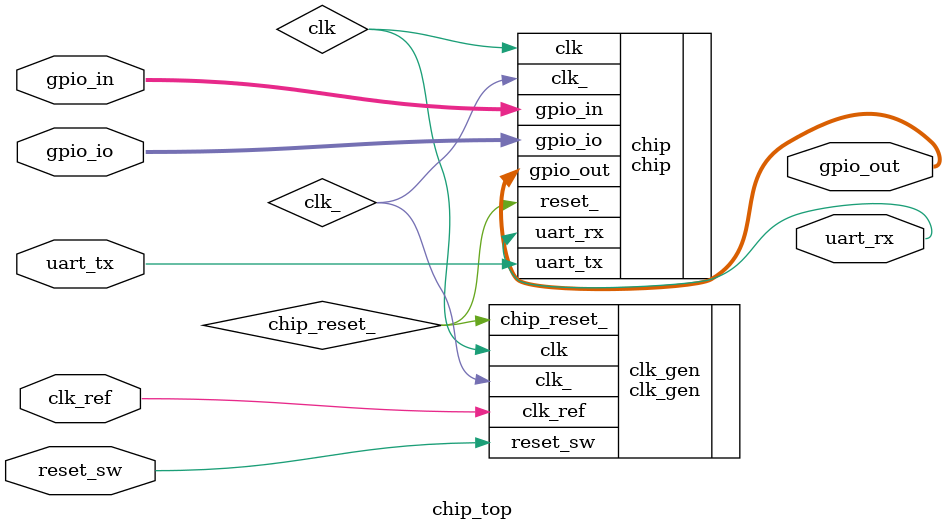
<source format=v>
`include "chip.v"
`include "clk_gen.v"

module chip_top(
    input wire      clk_ref,
    input wire      reset_sw,

    output wire     uart_rx,
    input  wire     uart_tx,

    input  wire [3:0]     gpio_in,
    output wire [17:0]    gpio_out,
    inout  wire [15:0]     gpio_io
);

    wire    clk;
    wire    clk_;
    wire    chip_reset_;

    clk_gen clk_gen(
        .clk_ref    (clk_ref),
        .reset_sw  (reset_sw),

        .clk        (clk),
        .clk_       (clk_),
        .chip_reset_ (chip_reset_)
    );

    chip chip(
        .clk        (clk),
        .clk_       (clk_),
        .reset_     (chip_reset_),

        .uart_tx    (uart_tx),
        .uart_rx    (uart_rx),

        .gpio_in    (gpio_in),
        .gpio_out   (gpio_out),
        .gpio_io    (gpio_io)
    );

endmodule

</source>
